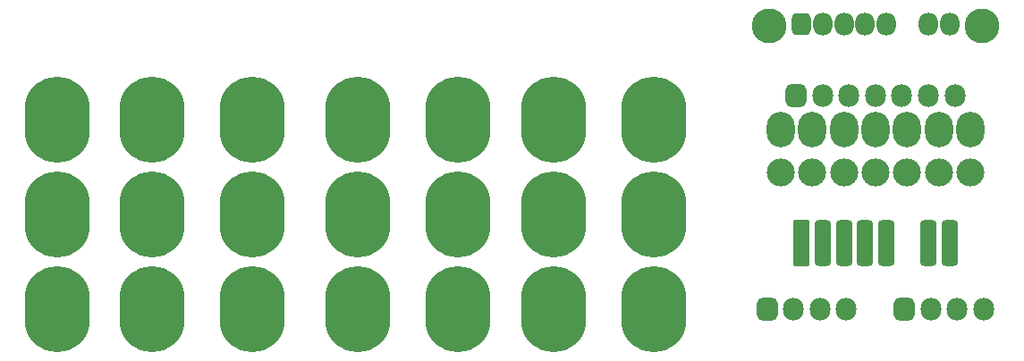
<source format=gts>
G04*
G04 #@! TF.GenerationSoftware,Altium Limited,Altium Designer,20.1.11 (218)*
G04*
G04 Layer_Color=8388736*
%FSLAX25Y25*%
%MOIN*%
G70*
G04*
G04 #@! TF.SameCoordinates,12770DE6-1CAA-4FEE-BE88-2AEBEB1706B4*
G04*
G04*
G04 #@! TF.FilePolarity,Negative*
G04*
G01*
G75*
G04:AMPARAMS|DCode=17|XSize=171.26mil|YSize=62.99mil|CornerRadius=7.23mil|HoleSize=0mil|Usage=FLASHONLY|Rotation=270.000|XOffset=0mil|YOffset=0mil|HoleType=Round|Shape=RoundedRectangle|*
%AMROUNDEDRECTD17*
21,1,0.17126,0.04852,0,0,270.0*
21,1,0.15679,0.06299,0,0,270.0*
1,1,0.01447,-0.02426,-0.07840*
1,1,0.01447,-0.02426,0.07840*
1,1,0.01447,0.02426,0.07840*
1,1,0.01447,0.02426,-0.07840*
%
%ADD17ROUNDEDRECTD17*%
G04:AMPARAMS|DCode=18|XSize=171.26mil|YSize=62.99mil|CornerRadius=17.22mil|HoleSize=0mil|Usage=FLASHONLY|Rotation=270.000|XOffset=0mil|YOffset=0mil|HoleType=Round|Shape=RoundedRectangle|*
%AMROUNDEDRECTD18*
21,1,0.17126,0.02854,0,0,270.0*
21,1,0.13681,0.06299,0,0,270.0*
1,1,0.03445,-0.01427,-0.06841*
1,1,0.03445,-0.01427,0.06841*
1,1,0.03445,0.01427,0.06841*
1,1,0.03445,0.01427,-0.06841*
%
%ADD18ROUNDEDRECTD18*%
%ADD19O,0.10433X0.13189*%
%ADD20C,0.10433*%
%ADD21O,0.07284X0.08465*%
G04:AMPARAMS|DCode=22|XSize=70.87mil|YSize=82.68mil|CornerRadius=18.7mil|HoleSize=0mil|Usage=FLASHONLY|Rotation=0.000|XOffset=0mil|YOffset=0mil|HoleType=Round|Shape=RoundedRectangle|*
%AMROUNDEDRECTD22*
21,1,0.07087,0.04528,0,0,0.0*
21,1,0.03347,0.08268,0,0,0.0*
1,1,0.03740,0.01673,-0.02264*
1,1,0.03740,-0.01673,-0.02264*
1,1,0.03740,-0.01673,0.02264*
1,1,0.03740,0.01673,0.02264*
%
%ADD22ROUNDEDRECTD22*%
G04:AMPARAMS|DCode=23|XSize=129.92mil|YSize=129.92mil|CornerRadius=64.96mil|HoleSize=0mil|Usage=FLASHONLY|Rotation=0.000|XOffset=0mil|YOffset=0mil|HoleType=Round|Shape=RoundedRectangle|*
%AMROUNDEDRECTD23*
21,1,0.12992,0.00000,0,0,0.0*
21,1,0.00000,0.12992,0,0,0.0*
1,1,0.12992,0.00000,0.00000*
1,1,0.12992,0.00000,0.00000*
1,1,0.12992,0.00000,0.00000*
1,1,0.12992,0.00000,0.00000*
%
%ADD23ROUNDEDRECTD23*%
%ADD24O,0.07677X0.08465*%
G04:AMPARAMS|DCode=25|XSize=76.77mil|YSize=84.65mil|CornerRadius=20.67mil|HoleSize=0mil|Usage=FLASHONLY|Rotation=180.000|XOffset=0mil|YOffset=0mil|HoleType=Round|Shape=RoundedRectangle|*
%AMROUNDEDRECTD25*
21,1,0.07677,0.04331,0,0,180.0*
21,1,0.03543,0.08465,0,0,180.0*
1,1,0.04134,-0.01772,0.02165*
1,1,0.04134,0.01772,0.02165*
1,1,0.04134,0.01772,-0.02165*
1,1,0.04134,-0.01772,-0.02165*
%
%ADD25ROUNDEDRECTD25*%
%ADD26O,0.24213X0.32087*%
D17*
X291339Y60236D02*
D03*
D18*
X299213D02*
D03*
X307087D02*
D03*
X314961D02*
D03*
X322835D02*
D03*
X338583D02*
D03*
X346457D02*
D03*
D19*
X318898Y102362D02*
D03*
X307086D02*
D03*
X295275D02*
D03*
X283465Y102362D02*
D03*
X330709Y102362D02*
D03*
X342520D02*
D03*
X354331D02*
D03*
D20*
X318898Y86614D02*
D03*
X307086D02*
D03*
X295275D02*
D03*
X283465D02*
D03*
X330709D02*
D03*
X342520D02*
D03*
X354331D02*
D03*
D21*
X346457Y141929D02*
D03*
X338583D02*
D03*
X322834D02*
D03*
X314961D02*
D03*
X307086D02*
D03*
X299213D02*
D03*
D22*
X291339D02*
D03*
D23*
X279134Y141142D02*
D03*
X358661D02*
D03*
D24*
X299213Y115157D02*
D03*
X309055D02*
D03*
X318898D02*
D03*
X328740D02*
D03*
X338583D02*
D03*
X348425D02*
D03*
X308071Y35433D02*
D03*
X298228Y35433D02*
D03*
X288386D02*
D03*
X359252D02*
D03*
X349409D02*
D03*
X339567Y35433D02*
D03*
D25*
X289370Y115157D02*
D03*
X278543Y35433D02*
D03*
X329724Y35433D02*
D03*
D26*
X236221Y70866D02*
D03*
Y35433D02*
D03*
Y106299D02*
D03*
X198819Y70866D02*
D03*
Y35433D02*
D03*
Y106299D02*
D03*
X163386Y70866D02*
D03*
Y35433D02*
D03*
Y106299D02*
D03*
X125984D02*
D03*
Y35433D02*
D03*
Y70866D02*
D03*
X86614D02*
D03*
Y35433D02*
D03*
Y106299D02*
D03*
X49213Y70866D02*
D03*
Y35433D02*
D03*
Y106299D02*
D03*
X13780Y70866D02*
D03*
Y35433D02*
D03*
Y106299D02*
D03*
M02*

</source>
